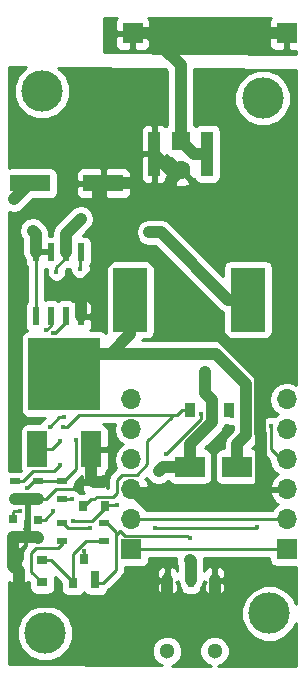
<source format=gtl>
%TF.GenerationSoftware,KiCad,Pcbnew,4.0.7*%
%TF.CreationDate,2017-11-15T19:14:24+08:00*%
%TF.ProjectId,nixie_tube,6E697869655F747562652E6B69636164,rev?*%
%TF.FileFunction,Copper,L1,Top,Signal*%
%FSLAX46Y46*%
G04 Gerber Fmt 4.6, Leading zero omitted, Abs format (unit mm)*
G04 Created by KiCad (PCBNEW 4.0.7) date 11/15/17 19:14:24*
%MOMM*%
%LPD*%
G01*
G04 APERTURE LIST*
%ADD10C,0.100000*%
%ADD11R,1.651000X3.048000*%
%ADD12R,6.096000X6.096000*%
%ADD13C,3.500000*%
%ADD14R,1.600000X1.600000*%
%ADD15C,1.600000*%
%ADD16R,1.000000X3.800000*%
%ADD17R,1.700000X1.700000*%
%ADD18O,1.700000X1.700000*%
%ADD19R,3.400000X1.400000*%
%ADD20R,0.500000X1.200000*%
%ADD21C,1.300000*%
%ADD22R,0.600000X1.550000*%
%ADD23R,2.900000X5.400000*%
%ADD24R,0.800000X0.900000*%
%ADD25R,0.900000X1.200000*%
%ADD26R,2.500000X1.800000*%
%ADD27R,0.750000X0.800000*%
%ADD28R,0.900000X0.500000*%
%ADD29R,0.900000X0.800000*%
%ADD30R,0.800000X1.000000*%
%ADD31C,0.453000*%
%ADD32C,0.600000*%
%ADD33C,0.400000*%
%ADD34C,1.000000*%
%ADD35C,0.250000*%
%ADD36C,1.000000*%
%ADD37C,0.500000*%
%ADD38C,0.254000*%
G04 APERTURE END LIST*
D10*
D11*
X-372000Y-30350000D03*
D12*
X1914000Y-24000000D03*
D11*
X4200000Y-30350000D03*
D13*
X19280000Y-44270000D03*
X300000Y-45950000D03*
X18700000Y-650000D03*
X0Y-50000D03*
D14*
X11760000Y-4245000D03*
D15*
X11760000Y-6745000D03*
D16*
X9510000Y-5370000D03*
X14010000Y-5370000D03*
D17*
X7600000Y-38850000D03*
D18*
X7600000Y-36310000D03*
X7600000Y-33770000D03*
X7600000Y-31230000D03*
X7600000Y-28690000D03*
X7600000Y-26150000D03*
D17*
X20750000Y-38850000D03*
D18*
X20750000Y-36310000D03*
X20750000Y-33770000D03*
X20750000Y-31230000D03*
X20750000Y-28690000D03*
X20750000Y-26150000D03*
D19*
X-980000Y-7850000D03*
X5220000Y-7850000D03*
D20*
X12630000Y-41460000D03*
X14630000Y-41460000D03*
X10630000Y-41460000D03*
D21*
X10630000Y-47460000D03*
X14630000Y-47460000D03*
D22*
X-505000Y-19100000D03*
X765000Y-19100000D03*
X2035000Y-19100000D03*
X3305000Y-19100000D03*
X3305000Y-13700000D03*
X2035000Y-13700000D03*
X765000Y-13700000D03*
X-505000Y-13700000D03*
D23*
X17460000Y-17700000D03*
X7500000Y-17700000D03*
D24*
X3500000Y-35150000D03*
X5400000Y-35150000D03*
X4450000Y-33150000D03*
D25*
X12550000Y-27050000D03*
X15850000Y-27050000D03*
D26*
X12550000Y-31850000D03*
X16550000Y-31850000D03*
D17*
X7700000Y4850000D03*
X20750000Y4850000D03*
D27*
X-350000Y-37850000D03*
X-350000Y-36350000D03*
X-2400000Y-37800000D03*
X-2400000Y-36300000D03*
D28*
X-2300000Y-33075000D03*
X-2300000Y-34575000D03*
X1700000Y-34575000D03*
X1700000Y-33075000D03*
X-300000Y-33075000D03*
X-300000Y-34575000D03*
D29*
X50000Y-41650000D03*
X50000Y-39750000D03*
X-1950000Y-40700000D03*
D28*
X1700000Y-38100000D03*
X1700000Y-36600000D03*
X5300000Y-36600000D03*
X5300000Y-38100000D03*
D24*
X2650000Y-41700000D03*
X4550000Y-41700000D03*
X3600000Y-39700000D03*
D30*
X4550000Y-41150000D03*
D31*
X661160Y-28453465D03*
X1895441Y-27615377D03*
X995547Y-20525488D03*
X995138Y-35614853D03*
D32*
X5297836Y-33061278D03*
D31*
X2922330Y-29627016D03*
X3280000Y-15100000D03*
X-1880000Y-35610000D03*
X-1250000Y-33650000D03*
D33*
X2600000Y-34600000D03*
X18375000Y4050000D03*
X17125000Y4850000D03*
X17850000Y4850000D03*
X18700000Y4850000D03*
X12425000Y4850000D03*
X11390000Y4850000D03*
X10725000Y4185000D03*
X10220000Y3680000D03*
D34*
X9910000Y-32240000D03*
X13841464Y-23798536D03*
X13850000Y-25600000D03*
D31*
X2645754Y-36425707D03*
X1548490Y-31720000D03*
X390509Y-20279849D03*
X13498490Y-27410000D03*
X16073491Y-27528490D03*
X6410000Y-35060000D03*
D33*
X10485974Y-30800000D03*
D31*
X1548490Y-29711611D03*
X1796095Y-28467853D03*
D33*
X4075010Y-36996613D03*
D31*
X19425000Y-28400000D03*
D33*
X18260000Y-36940000D03*
X9550000Y-37070000D03*
X-2375000Y-9200000D03*
D32*
X9080000Y-12000000D03*
X-770000Y-11860000D03*
D33*
X12530000Y-37900000D03*
D34*
X12530000Y-39750000D03*
D33*
X3592254Y-39015221D03*
X1250000Y-15350000D03*
D31*
X3300000Y-10860000D03*
D35*
X1499248Y-27615377D02*
X661160Y-28453465D01*
X1895441Y-27615377D02*
X1499248Y-27615377D01*
X2035000Y-19575000D02*
X1084512Y-20525488D01*
X1084512Y-20525488D02*
X995547Y-20525488D01*
X2035000Y-19100000D02*
X2035000Y-19575000D01*
X275000Y-36350000D02*
X995138Y-35629862D01*
X-350000Y-36350000D02*
X275000Y-36350000D01*
X995138Y-35629862D02*
X995138Y-35614853D01*
X-300000Y-34575000D02*
X400000Y-34575000D01*
X400000Y-34575000D02*
X1199999Y-33775001D01*
X1199999Y-33775001D02*
X2924999Y-33775001D01*
D36*
X10670000Y-16320002D02*
X10670000Y-15520000D01*
X9030000Y-13870000D02*
X6160000Y-13870000D01*
X18523499Y-34262501D02*
X18523499Y-29044721D01*
X10230000Y-15080000D02*
X10230000Y-15070000D01*
X8449999Y-34619999D02*
X18166001Y-34619999D01*
X10230000Y-15070000D02*
X9030000Y-13870000D01*
X18498499Y-24148501D02*
X10670000Y-16320002D01*
X10670000Y-15520000D02*
X10230000Y-15080000D01*
X18523499Y-29044721D02*
X18498499Y-29019721D01*
X18166001Y-34619999D02*
X18523499Y-34262501D01*
X7600000Y-33770000D02*
X8449999Y-34619999D01*
X18498499Y-29019721D02*
X18498499Y-24148501D01*
D37*
X2924999Y-33775001D02*
X3550000Y-33150000D01*
X3550000Y-33150000D02*
X4450000Y-33150000D01*
X-1203496Y-34721504D02*
X-1350000Y-34575000D01*
X-1280000Y-37800000D02*
X-1203496Y-37723496D01*
X-1203496Y-37723496D02*
X-1203496Y-34721504D01*
X-1350000Y-34575000D02*
X-2300000Y-34575000D01*
D36*
X-1399829Y-34566698D02*
X-1390025Y-34576502D01*
X-2300000Y-34575000D02*
X-2291698Y-34566698D01*
X-1390025Y-34576502D02*
X-301502Y-34576502D01*
X-2291698Y-34566698D02*
X-1399829Y-34566698D01*
X-301502Y-34576502D02*
X-300000Y-34575000D01*
X11760000Y-6745000D02*
X10960001Y-7544999D01*
X10960001Y-7544999D02*
X10960001Y-8169999D01*
X10960001Y-8169999D02*
X10330000Y-8800000D01*
X9510000Y-5370000D02*
X10885000Y-6745000D01*
X10885000Y-6745000D02*
X11760000Y-6745000D01*
X5220000Y-7850000D02*
X7770000Y-7850000D01*
X7770000Y-7850000D02*
X8720000Y-8800000D01*
X8720000Y-8800000D02*
X10330000Y-8800000D01*
X4450000Y-33150000D02*
X5209114Y-33150000D01*
X5209114Y-33150000D02*
X5297836Y-33061278D01*
X4200000Y-30350000D02*
X4200000Y-32874000D01*
X-2400000Y-37800000D02*
X-1280000Y-37800000D01*
X-1280000Y-37800000D02*
X-400000Y-37800000D01*
X-400000Y-37800000D02*
X-350000Y-37850000D01*
X-2400000Y-37800000D02*
X-2400000Y-40250000D01*
X-2400000Y-40250000D02*
X-1950000Y-40700000D01*
X3671743Y-43280000D02*
X10650000Y-43280000D01*
X10650000Y-43280000D02*
X14430000Y-43280000D01*
X10630000Y-41460000D02*
X10630000Y-43260000D01*
X10630000Y-43260000D02*
X10650000Y-43280000D01*
X-1950000Y-40700000D02*
X-1950000Y-42100000D01*
X-1950000Y-42100000D02*
X-770000Y-43280000D01*
X14630000Y-43080000D02*
X14630000Y-41460000D01*
X-770000Y-43280000D02*
X1628257Y-43280000D01*
X1628257Y-43280000D02*
X1648269Y-43300012D01*
X1648269Y-43300012D02*
X3651731Y-43300012D01*
X3651731Y-43300012D02*
X3671743Y-43280000D01*
X14430000Y-43280000D02*
X14630000Y-43080000D01*
X10630000Y-41810000D02*
X10630000Y-41460000D01*
X14630000Y-41460000D02*
X14630000Y-41810000D01*
X4800000Y-7850000D02*
X4800000Y-8900000D01*
X4800000Y-8900000D02*
X6160000Y-10260000D01*
X6160000Y-10260000D02*
X6160000Y-13870000D01*
X6160000Y-13870000D02*
X3305000Y-16725000D01*
X3305000Y-16725000D02*
X3305000Y-19100000D01*
X4850000Y-7800000D02*
X4800000Y-7850000D01*
X4200000Y-30302329D02*
X4200000Y-30350000D01*
D35*
X2922330Y-32052670D02*
X2922330Y-29627016D01*
X1700000Y-33075000D02*
X1900000Y-33075000D01*
X1900000Y-33075000D02*
X2922330Y-32052670D01*
X3280000Y-15100000D02*
X3280000Y-13725000D01*
X3280000Y-13725000D02*
X3305000Y-13700000D01*
X-2360000Y-35610000D02*
X-1880000Y-35610000D01*
X-2400000Y-35650000D02*
X-2360000Y-35610000D01*
X-2400000Y-36300000D02*
X-2400000Y-35650000D01*
X-300000Y-33075000D02*
X-675000Y-33075000D01*
X-675000Y-33075000D02*
X-1250000Y-33650000D01*
X-300000Y-33075000D02*
X1700000Y-33075000D01*
X-2400000Y-36300000D02*
X-2400000Y-36275000D01*
X3200000Y-13805000D02*
X3305000Y-13700000D01*
X2575000Y-34575000D02*
X2600000Y-34600000D01*
X1700000Y-34575000D02*
X2575000Y-34575000D01*
D36*
X12425000Y4850000D02*
X17125000Y4850000D01*
D35*
X17850000Y4850000D02*
X17125000Y4850000D01*
X18700000Y4850000D02*
X17850000Y4850000D01*
D36*
X18700000Y4850000D02*
X20750000Y4850000D01*
D35*
X11390000Y4850000D02*
X12425000Y4850000D01*
X10725000Y4185000D02*
X11390000Y4850000D01*
X10220000Y3680000D02*
X10725000Y4185000D01*
D36*
X11760000Y2140000D02*
X10220000Y3680000D01*
X14425000Y-26175000D02*
X14425000Y-28075000D01*
X13850000Y-25600000D02*
X14425000Y-26175000D01*
X14425000Y-28075000D02*
X12550000Y-29950000D01*
X12550000Y-29950000D02*
X12550000Y-31850000D01*
X11760000Y-4245000D02*
X11760000Y2140000D01*
X12885000Y-5370000D02*
X11760000Y-4245000D01*
X14010000Y-5370000D02*
X12885000Y-5370000D01*
X12550000Y-31850000D02*
X10300000Y-31850000D01*
X10300000Y-31850000D02*
X9910000Y-32240000D01*
X10220000Y3680000D02*
X9050000Y4850000D01*
X9050000Y4850000D02*
X7700000Y4850000D01*
X13850000Y-23807072D02*
X13841464Y-23798536D01*
X13850000Y-25600000D02*
X13850000Y-23807072D01*
D35*
X2966073Y-36425707D02*
X2645754Y-36425707D01*
X5500000Y-35150000D02*
X4224293Y-36425707D01*
X4224293Y-36425707D02*
X2966073Y-36425707D01*
X1023389Y-32245101D02*
X1548490Y-31720000D01*
X-2300000Y-33075000D02*
X-1600000Y-33075000D01*
X-770101Y-32245101D02*
X1023389Y-32245101D01*
X-1600000Y-33075000D02*
X-770101Y-32245101D01*
X765000Y-19905358D02*
X390509Y-20279849D01*
X765000Y-19100000D02*
X765000Y-19905358D01*
X13498490Y-27787484D02*
X13498490Y-27410000D01*
X10485974Y-30800000D02*
X13498490Y-27787484D01*
X15846992Y-27053008D02*
X15846992Y-27301991D01*
X15846992Y-27301991D02*
X16073491Y-27528490D01*
X15850000Y-27050000D02*
X15846992Y-27053008D01*
X5590000Y-35060000D02*
X6410000Y-35060000D01*
X5500000Y-35150000D02*
X5590000Y-35060000D01*
X5498490Y-35151510D02*
X5203826Y-35151510D01*
X5203826Y-35151510D02*
X5203008Y-35152328D01*
X5500000Y-35150000D02*
X5498490Y-35151510D01*
X3145698Y-27450000D02*
X2127845Y-28467853D01*
X-372000Y-30350000D02*
X910101Y-30350000D01*
X910101Y-30350000D02*
X1548490Y-29711611D01*
X2127845Y-28467853D02*
X1796095Y-28467853D01*
X11050000Y-27450000D02*
X3145698Y-27450000D01*
X8949989Y-29700011D02*
X11050000Y-27600000D01*
X6360000Y-34080000D02*
X6360000Y-32965957D01*
X4645001Y-34374999D02*
X6065001Y-34374999D01*
X4171987Y-34578013D02*
X4441987Y-34578013D01*
X8949989Y-31647378D02*
X8949989Y-29700011D01*
X6775957Y-32550000D02*
X8047367Y-32550000D01*
X6360000Y-32965957D02*
X6775957Y-32550000D01*
X6065001Y-34374999D02*
X6360000Y-34080000D01*
X3600000Y-35150000D02*
X4171987Y-34578013D01*
X8047367Y-32550000D02*
X8949989Y-31647378D01*
X4441987Y-34578013D02*
X4645001Y-34374999D01*
X11050000Y-27600000D02*
X11050000Y-27450000D01*
X12550000Y-27050000D02*
X11850000Y-27050000D01*
X11850000Y-27050000D02*
X11450000Y-27450000D01*
X11450000Y-27450000D02*
X11050000Y-27450000D01*
D36*
X14724999Y-22274999D02*
X5875001Y-22274999D01*
X17298488Y-24848488D02*
X14724999Y-22274999D01*
X16550000Y-29950000D02*
X17298488Y-29201512D01*
X16550000Y-31850000D02*
X16550000Y-29950000D01*
X17298488Y-29201512D02*
X17298488Y-24848488D01*
X3639001Y-22274999D02*
X1914000Y-24000000D01*
X7500000Y-20650000D02*
X5875001Y-22274999D01*
X5875001Y-22274999D02*
X3639001Y-22274999D01*
X7500000Y-17700000D02*
X7500000Y-20650000D01*
D35*
X2196613Y-36996613D02*
X4075010Y-36996613D01*
X1800000Y-36600000D02*
X2196613Y-36996613D01*
X19425000Y-28400000D02*
X19425000Y-30375000D01*
X19425000Y-30375000D02*
X20280000Y-31230000D01*
X20280000Y-31230000D02*
X20750000Y-31230000D01*
X18130000Y-37070000D02*
X18260000Y-36940000D01*
X9550000Y-37070000D02*
X18130000Y-37070000D01*
X21250000Y-36310000D02*
X7600000Y-36310000D01*
X7390000Y-36300000D02*
X7400000Y-36310000D01*
X7700000Y-38850000D02*
X21250000Y-38850000D01*
D36*
X-1400000Y-8225000D02*
X-2375000Y-9200000D01*
X-1400000Y-7850000D02*
X-1400000Y-8225000D01*
D35*
X-505000Y-13700000D02*
X-505000Y-19100000D01*
D36*
X-505000Y-13700000D02*
X-505000Y-12125000D01*
X-505000Y-12125000D02*
X-770000Y-11860000D01*
D37*
X765000Y-13700000D02*
X-505000Y-13700000D01*
D36*
X9080000Y-12000000D02*
X10060000Y-12000000D01*
X10060000Y-12000000D02*
X15760000Y-17700000D01*
X15760000Y-17700000D02*
X17460000Y-17700000D01*
D37*
X-1400000Y-7850000D02*
X-400000Y-7850000D01*
X-450000Y-19155000D02*
X-505000Y-19100000D01*
D35*
X1800000Y-38100000D02*
X1800000Y-38300000D01*
X-900000Y-39150000D02*
X-450000Y-38700000D01*
X-450000Y-38700000D02*
X1400000Y-38700000D01*
X-900000Y-40750000D02*
X-900000Y-39150000D01*
X1800000Y-38300000D02*
X1400000Y-38700000D01*
X0Y-41650000D02*
X50000Y-41650000D01*
X-900000Y-40750000D02*
X0Y-41650000D01*
X5300000Y-38100000D02*
X3764998Y-38100000D01*
X2650000Y-39214998D02*
X2650000Y-41700000D01*
X3764998Y-38100000D02*
X2650000Y-39214998D01*
X50000Y-39750000D02*
X750000Y-39750000D01*
X750000Y-39750000D02*
X2650000Y-41650000D01*
X2650000Y-41650000D02*
X2650000Y-41700000D01*
X4550000Y-41150000D02*
X4550000Y-41700000D01*
X5300000Y-36600000D02*
X5500000Y-36600000D01*
X5500000Y-36600000D02*
X6300000Y-37400000D01*
X6300000Y-37400000D02*
X6300000Y-37600000D01*
X4550000Y-41700000D02*
X5200000Y-41700000D01*
X5200000Y-41700000D02*
X6300000Y-40600000D01*
X6300000Y-40600000D02*
X6300000Y-37600000D01*
X6300000Y-37600000D02*
X6650000Y-37250000D01*
X6650000Y-37250000D02*
X7074999Y-37674999D01*
X12304999Y-37674999D02*
X12530000Y-37900000D01*
X7074999Y-37674999D02*
X12304999Y-37674999D01*
X5300000Y-36600000D02*
X5100000Y-36600000D01*
D36*
X12630000Y-41460000D02*
X12630000Y-39850000D01*
X12630000Y-39850000D02*
X12530000Y-39750000D01*
D35*
X4550000Y-41700000D02*
X4550000Y-41750000D01*
X3592254Y-39298063D02*
X3592254Y-39015221D01*
X3592254Y-39692254D02*
X3592254Y-39298063D01*
X3600000Y-39700000D02*
X3592254Y-39692254D01*
X2035000Y-14175000D02*
X1250000Y-14960000D01*
X2035000Y-13700000D02*
X2035000Y-14175000D01*
X1250000Y-14960000D02*
X1250000Y-15350000D01*
D36*
X2035000Y-13700000D02*
X2035000Y-12125000D01*
X2035000Y-12125000D02*
X3300000Y-10860000D01*
X2030000Y-13705000D02*
X2035000Y-13700000D01*
D38*
G36*
X-1372440Y-36750000D02*
X-1328162Y-36985317D01*
X-1261671Y-37088646D01*
X-1263327Y-37090302D01*
X-1360000Y-37323691D01*
X-1360000Y-37564250D01*
X-1201250Y-37723000D01*
X-477000Y-37723000D01*
X-477000Y-37703000D01*
X-223000Y-37703000D01*
X-223000Y-37723000D01*
X-203000Y-37723000D01*
X-203000Y-37940000D01*
X-450000Y-37940000D01*
X-636010Y-37977000D01*
X-1201250Y-37977000D01*
X-1360000Y-38135750D01*
X-1360000Y-38376309D01*
X-1313462Y-38488660D01*
X-1437401Y-38612599D01*
X-1602148Y-38859161D01*
X-1660000Y-39150000D01*
X-1660000Y-39665000D01*
X-1664250Y-39665000D01*
X-1823000Y-39823750D01*
X-1823000Y-40573000D01*
X-1803000Y-40573000D01*
X-1803000Y-40827000D01*
X-1823000Y-40827000D01*
X-1823000Y-41576250D01*
X-1664250Y-41735000D01*
X-1373691Y-41735000D01*
X-1140302Y-41638327D01*
X-1113388Y-41611414D01*
X-1047440Y-41677362D01*
X-1047440Y-42050000D01*
X-1003162Y-42285317D01*
X-864090Y-42501441D01*
X-651890Y-42646431D01*
X-400000Y-42697440D01*
X500000Y-42697440D01*
X735317Y-42653162D01*
X951441Y-42514090D01*
X1096431Y-42301890D01*
X1147440Y-42050000D01*
X1147440Y-41250000D01*
X1141006Y-41215808D01*
X1602560Y-41677362D01*
X1602560Y-42150000D01*
X1646838Y-42385317D01*
X1785910Y-42601441D01*
X1998110Y-42746431D01*
X2250000Y-42797440D01*
X3050000Y-42797440D01*
X3285317Y-42753162D01*
X3501441Y-42614090D01*
X3600633Y-42468917D01*
X3685910Y-42601441D01*
X3898110Y-42746431D01*
X4150000Y-42797440D01*
X4950000Y-42797440D01*
X5185317Y-42753162D01*
X5401441Y-42614090D01*
X5546431Y-42401890D01*
X5555070Y-42359230D01*
X5737401Y-42237401D01*
X6229052Y-41745750D01*
X9745000Y-41745750D01*
X9745000Y-42186309D01*
X9841673Y-42419698D01*
X10020301Y-42598327D01*
X10253690Y-42695000D01*
X10346250Y-42695000D01*
X10505000Y-42536250D01*
X10505000Y-41587000D01*
X9903750Y-41587000D01*
X9745000Y-41745750D01*
X6229052Y-41745750D01*
X6837401Y-41137401D01*
X7002148Y-40890839D01*
X7033406Y-40733691D01*
X9745000Y-40733691D01*
X9745000Y-41174250D01*
X9903750Y-41333000D01*
X10505000Y-41333000D01*
X10505000Y-40383750D01*
X10346250Y-40225000D01*
X10253690Y-40225000D01*
X10020301Y-40321673D01*
X9841673Y-40500302D01*
X9745000Y-40733691D01*
X7033406Y-40733691D01*
X7060000Y-40600000D01*
X7060000Y-40347440D01*
X8450000Y-40347440D01*
X8685317Y-40303162D01*
X8901441Y-40164090D01*
X9046431Y-39951890D01*
X9097440Y-39700000D01*
X9097440Y-39610000D01*
X11395121Y-39610000D01*
X11394803Y-39974775D01*
X11495000Y-40217269D01*
X11495000Y-40685407D01*
X11418327Y-40500302D01*
X11239699Y-40321673D01*
X11006310Y-40225000D01*
X10913750Y-40225000D01*
X10755000Y-40383750D01*
X10755000Y-41333000D01*
X10777000Y-41333000D01*
X10777000Y-41587000D01*
X10755000Y-41587000D01*
X10755000Y-42536250D01*
X10913750Y-42695000D01*
X11006310Y-42695000D01*
X11239699Y-42598327D01*
X11418327Y-42419698D01*
X11515000Y-42186309D01*
X11515000Y-41745750D01*
X11356252Y-41587002D01*
X11515000Y-41587002D01*
X11515000Y-41560547D01*
X11581397Y-41894346D01*
X11748426Y-42144323D01*
X11776838Y-42295317D01*
X11915910Y-42511441D01*
X12128110Y-42656431D01*
X12380000Y-42707440D01*
X12880000Y-42707440D01*
X13115317Y-42663162D01*
X13331441Y-42524090D01*
X13476431Y-42311890D01*
X13509838Y-42146920D01*
X13678603Y-41894346D01*
X13745000Y-41560547D01*
X13745000Y-41587002D01*
X13903748Y-41587002D01*
X13745000Y-41745750D01*
X13745000Y-42186309D01*
X13841673Y-42419698D01*
X14020301Y-42598327D01*
X14253690Y-42695000D01*
X14346250Y-42695000D01*
X14505000Y-42536250D01*
X14505000Y-41587000D01*
X14755000Y-41587000D01*
X14755000Y-42536250D01*
X14913750Y-42695000D01*
X15006310Y-42695000D01*
X15239699Y-42598327D01*
X15418327Y-42419698D01*
X15515000Y-42186309D01*
X15515000Y-41745750D01*
X15356250Y-41587000D01*
X14755000Y-41587000D01*
X14505000Y-41587000D01*
X14483000Y-41587000D01*
X14483000Y-41333000D01*
X14505000Y-41333000D01*
X14505000Y-40383750D01*
X14755000Y-40383750D01*
X14755000Y-41333000D01*
X15356250Y-41333000D01*
X15515000Y-41174250D01*
X15515000Y-40733691D01*
X15418327Y-40500302D01*
X15239699Y-40321673D01*
X15006310Y-40225000D01*
X14913750Y-40225000D01*
X14755000Y-40383750D01*
X14505000Y-40383750D01*
X14346250Y-40225000D01*
X14253690Y-40225000D01*
X14020301Y-40321673D01*
X13841673Y-40500302D01*
X13765000Y-40685407D01*
X13765000Y-39850000D01*
X13717261Y-39610000D01*
X19252560Y-39610000D01*
X19252560Y-39700000D01*
X19296838Y-39935317D01*
X19435910Y-40151441D01*
X19648110Y-40296431D01*
X19900000Y-40347440D01*
X21540000Y-40347440D01*
X21540000Y-43494152D01*
X21303084Y-42920771D01*
X20632758Y-42249274D01*
X19756487Y-41885415D01*
X18807675Y-41884587D01*
X17930771Y-42246916D01*
X17259274Y-42917242D01*
X16895415Y-43793513D01*
X16894587Y-44742325D01*
X17256916Y-45619229D01*
X17927242Y-46290726D01*
X18803513Y-46654585D01*
X19752325Y-46655413D01*
X20629229Y-46293084D01*
X21300726Y-45622758D01*
X21540000Y-45046521D01*
X21540000Y-48740000D01*
X16936972Y-48740000D01*
X14941380Y-48721713D01*
X15356943Y-48550005D01*
X15718735Y-48188845D01*
X15914777Y-47716724D01*
X15915223Y-47205519D01*
X15720005Y-46733057D01*
X15358845Y-46371265D01*
X14886724Y-46175223D01*
X14375519Y-46174777D01*
X13903057Y-46369995D01*
X13541265Y-46731155D01*
X13345223Y-47203276D01*
X13344777Y-47714481D01*
X13539995Y-48186943D01*
X13901155Y-48548735D01*
X14303658Y-48715869D01*
X11028168Y-48685853D01*
X11356943Y-48550005D01*
X11718735Y-48188845D01*
X11914777Y-47716724D01*
X11915223Y-47205519D01*
X11720005Y-46733057D01*
X11358845Y-46371265D01*
X10886724Y-46175223D01*
X10375519Y-46174777D01*
X9903057Y-46369995D01*
X9541265Y-46731155D01*
X9345223Y-47203276D01*
X9344777Y-47714481D01*
X9539995Y-48186943D01*
X9901155Y-48548735D01*
X10213390Y-48678386D01*
X-2790000Y-48559226D01*
X-2790000Y-46422325D01*
X-2085413Y-46422325D01*
X-1723084Y-47299229D01*
X-1052758Y-47970726D01*
X-176487Y-48334585D01*
X772325Y-48335413D01*
X1649229Y-47973084D01*
X2320726Y-47302758D01*
X2684585Y-46426487D01*
X2685413Y-45477675D01*
X2323084Y-44600771D01*
X1652758Y-43929274D01*
X776487Y-43565415D01*
X-172325Y-43564587D01*
X-1049229Y-43926916D01*
X-1720726Y-44597242D01*
X-2084585Y-45473513D01*
X-2085413Y-46422325D01*
X-2790000Y-46422325D01*
X-2790000Y-41608025D01*
X-2759698Y-41638327D01*
X-2526309Y-41735000D01*
X-2235750Y-41735000D01*
X-2077000Y-41576250D01*
X-2077000Y-40827000D01*
X-2097000Y-40827000D01*
X-2097000Y-40573000D01*
X-2077000Y-40573000D01*
X-2077000Y-39823750D01*
X-2235750Y-39665000D01*
X-2526309Y-39665000D01*
X-2759698Y-39761673D01*
X-2790000Y-39791975D01*
X-2790000Y-38835000D01*
X-2685750Y-38835000D01*
X-2527000Y-38676250D01*
X-2527000Y-37927000D01*
X-2273000Y-37927000D01*
X-2273000Y-38676250D01*
X-2114250Y-38835000D01*
X-1898690Y-38835000D01*
X-1665301Y-38738327D01*
X-1486673Y-38559698D01*
X-1390000Y-38326309D01*
X-1390000Y-38085750D01*
X-1548750Y-37927000D01*
X-2273000Y-37927000D01*
X-2527000Y-37927000D01*
X-2547000Y-37927000D01*
X-2547000Y-37673000D01*
X-2527000Y-37673000D01*
X-2527000Y-37653000D01*
X-2273000Y-37653000D01*
X-2273000Y-37673000D01*
X-1548750Y-37673000D01*
X-1390000Y-37514250D01*
X-1390000Y-37273691D01*
X-1486673Y-37040302D01*
X-1488043Y-37038932D01*
X-1428569Y-36951890D01*
X-1377560Y-36700000D01*
X-1377560Y-36325719D01*
X-1372440Y-36320608D01*
X-1372440Y-36750000D01*
X-1372440Y-36750000D01*
G37*
X-1372440Y-36750000D02*
X-1328162Y-36985317D01*
X-1261671Y-37088646D01*
X-1263327Y-37090302D01*
X-1360000Y-37323691D01*
X-1360000Y-37564250D01*
X-1201250Y-37723000D01*
X-477000Y-37723000D01*
X-477000Y-37703000D01*
X-223000Y-37703000D01*
X-223000Y-37723000D01*
X-203000Y-37723000D01*
X-203000Y-37940000D01*
X-450000Y-37940000D01*
X-636010Y-37977000D01*
X-1201250Y-37977000D01*
X-1360000Y-38135750D01*
X-1360000Y-38376309D01*
X-1313462Y-38488660D01*
X-1437401Y-38612599D01*
X-1602148Y-38859161D01*
X-1660000Y-39150000D01*
X-1660000Y-39665000D01*
X-1664250Y-39665000D01*
X-1823000Y-39823750D01*
X-1823000Y-40573000D01*
X-1803000Y-40573000D01*
X-1803000Y-40827000D01*
X-1823000Y-40827000D01*
X-1823000Y-41576250D01*
X-1664250Y-41735000D01*
X-1373691Y-41735000D01*
X-1140302Y-41638327D01*
X-1113388Y-41611414D01*
X-1047440Y-41677362D01*
X-1047440Y-42050000D01*
X-1003162Y-42285317D01*
X-864090Y-42501441D01*
X-651890Y-42646431D01*
X-400000Y-42697440D01*
X500000Y-42697440D01*
X735317Y-42653162D01*
X951441Y-42514090D01*
X1096431Y-42301890D01*
X1147440Y-42050000D01*
X1147440Y-41250000D01*
X1141006Y-41215808D01*
X1602560Y-41677362D01*
X1602560Y-42150000D01*
X1646838Y-42385317D01*
X1785910Y-42601441D01*
X1998110Y-42746431D01*
X2250000Y-42797440D01*
X3050000Y-42797440D01*
X3285317Y-42753162D01*
X3501441Y-42614090D01*
X3600633Y-42468917D01*
X3685910Y-42601441D01*
X3898110Y-42746431D01*
X4150000Y-42797440D01*
X4950000Y-42797440D01*
X5185317Y-42753162D01*
X5401441Y-42614090D01*
X5546431Y-42401890D01*
X5555070Y-42359230D01*
X5737401Y-42237401D01*
X6229052Y-41745750D01*
X9745000Y-41745750D01*
X9745000Y-42186309D01*
X9841673Y-42419698D01*
X10020301Y-42598327D01*
X10253690Y-42695000D01*
X10346250Y-42695000D01*
X10505000Y-42536250D01*
X10505000Y-41587000D01*
X9903750Y-41587000D01*
X9745000Y-41745750D01*
X6229052Y-41745750D01*
X6837401Y-41137401D01*
X7002148Y-40890839D01*
X7033406Y-40733691D01*
X9745000Y-40733691D01*
X9745000Y-41174250D01*
X9903750Y-41333000D01*
X10505000Y-41333000D01*
X10505000Y-40383750D01*
X10346250Y-40225000D01*
X10253690Y-40225000D01*
X10020301Y-40321673D01*
X9841673Y-40500302D01*
X9745000Y-40733691D01*
X7033406Y-40733691D01*
X7060000Y-40600000D01*
X7060000Y-40347440D01*
X8450000Y-40347440D01*
X8685317Y-40303162D01*
X8901441Y-40164090D01*
X9046431Y-39951890D01*
X9097440Y-39700000D01*
X9097440Y-39610000D01*
X11395121Y-39610000D01*
X11394803Y-39974775D01*
X11495000Y-40217269D01*
X11495000Y-40685407D01*
X11418327Y-40500302D01*
X11239699Y-40321673D01*
X11006310Y-40225000D01*
X10913750Y-40225000D01*
X10755000Y-40383750D01*
X10755000Y-41333000D01*
X10777000Y-41333000D01*
X10777000Y-41587000D01*
X10755000Y-41587000D01*
X10755000Y-42536250D01*
X10913750Y-42695000D01*
X11006310Y-42695000D01*
X11239699Y-42598327D01*
X11418327Y-42419698D01*
X11515000Y-42186309D01*
X11515000Y-41745750D01*
X11356252Y-41587002D01*
X11515000Y-41587002D01*
X11515000Y-41560547D01*
X11581397Y-41894346D01*
X11748426Y-42144323D01*
X11776838Y-42295317D01*
X11915910Y-42511441D01*
X12128110Y-42656431D01*
X12380000Y-42707440D01*
X12880000Y-42707440D01*
X13115317Y-42663162D01*
X13331441Y-42524090D01*
X13476431Y-42311890D01*
X13509838Y-42146920D01*
X13678603Y-41894346D01*
X13745000Y-41560547D01*
X13745000Y-41587002D01*
X13903748Y-41587002D01*
X13745000Y-41745750D01*
X13745000Y-42186309D01*
X13841673Y-42419698D01*
X14020301Y-42598327D01*
X14253690Y-42695000D01*
X14346250Y-42695000D01*
X14505000Y-42536250D01*
X14505000Y-41587000D01*
X14755000Y-41587000D01*
X14755000Y-42536250D01*
X14913750Y-42695000D01*
X15006310Y-42695000D01*
X15239699Y-42598327D01*
X15418327Y-42419698D01*
X15515000Y-42186309D01*
X15515000Y-41745750D01*
X15356250Y-41587000D01*
X14755000Y-41587000D01*
X14505000Y-41587000D01*
X14483000Y-41587000D01*
X14483000Y-41333000D01*
X14505000Y-41333000D01*
X14505000Y-40383750D01*
X14755000Y-40383750D01*
X14755000Y-41333000D01*
X15356250Y-41333000D01*
X15515000Y-41174250D01*
X15515000Y-40733691D01*
X15418327Y-40500302D01*
X15239699Y-40321673D01*
X15006310Y-40225000D01*
X14913750Y-40225000D01*
X14755000Y-40383750D01*
X14505000Y-40383750D01*
X14346250Y-40225000D01*
X14253690Y-40225000D01*
X14020301Y-40321673D01*
X13841673Y-40500302D01*
X13765000Y-40685407D01*
X13765000Y-39850000D01*
X13717261Y-39610000D01*
X19252560Y-39610000D01*
X19252560Y-39700000D01*
X19296838Y-39935317D01*
X19435910Y-40151441D01*
X19648110Y-40296431D01*
X19900000Y-40347440D01*
X21540000Y-40347440D01*
X21540000Y-43494152D01*
X21303084Y-42920771D01*
X20632758Y-42249274D01*
X19756487Y-41885415D01*
X18807675Y-41884587D01*
X17930771Y-42246916D01*
X17259274Y-42917242D01*
X16895415Y-43793513D01*
X16894587Y-44742325D01*
X17256916Y-45619229D01*
X17927242Y-46290726D01*
X18803513Y-46654585D01*
X19752325Y-46655413D01*
X20629229Y-46293084D01*
X21300726Y-45622758D01*
X21540000Y-45046521D01*
X21540000Y-48740000D01*
X16936972Y-48740000D01*
X14941380Y-48721713D01*
X15356943Y-48550005D01*
X15718735Y-48188845D01*
X15914777Y-47716724D01*
X15915223Y-47205519D01*
X15720005Y-46733057D01*
X15358845Y-46371265D01*
X14886724Y-46175223D01*
X14375519Y-46174777D01*
X13903057Y-46369995D01*
X13541265Y-46731155D01*
X13345223Y-47203276D01*
X13344777Y-47714481D01*
X13539995Y-48186943D01*
X13901155Y-48548735D01*
X14303658Y-48715869D01*
X11028168Y-48685853D01*
X11356943Y-48550005D01*
X11718735Y-48188845D01*
X11914777Y-47716724D01*
X11915223Y-47205519D01*
X11720005Y-46733057D01*
X11358845Y-46371265D01*
X10886724Y-46175223D01*
X10375519Y-46174777D01*
X9903057Y-46369995D01*
X9541265Y-46731155D01*
X9345223Y-47203276D01*
X9344777Y-47714481D01*
X9539995Y-48186943D01*
X9901155Y-48548735D01*
X10213390Y-48678386D01*
X-2790000Y-48559226D01*
X-2790000Y-46422325D01*
X-2085413Y-46422325D01*
X-1723084Y-47299229D01*
X-1052758Y-47970726D01*
X-176487Y-48334585D01*
X772325Y-48335413D01*
X1649229Y-47973084D01*
X2320726Y-47302758D01*
X2684585Y-46426487D01*
X2685413Y-45477675D01*
X2323084Y-44600771D01*
X1652758Y-43929274D01*
X776487Y-43565415D01*
X-172325Y-43564587D01*
X-1049229Y-43926916D01*
X-1720726Y-44597242D01*
X-2084585Y-45473513D01*
X-2085413Y-46422325D01*
X-2790000Y-46422325D01*
X-2790000Y-41608025D01*
X-2759698Y-41638327D01*
X-2526309Y-41735000D01*
X-2235750Y-41735000D01*
X-2077000Y-41576250D01*
X-2077000Y-40827000D01*
X-2097000Y-40827000D01*
X-2097000Y-40573000D01*
X-2077000Y-40573000D01*
X-2077000Y-39823750D01*
X-2235750Y-39665000D01*
X-2526309Y-39665000D01*
X-2759698Y-39761673D01*
X-2790000Y-39791975D01*
X-2790000Y-38835000D01*
X-2685750Y-38835000D01*
X-2527000Y-38676250D01*
X-2527000Y-37927000D01*
X-2273000Y-37927000D01*
X-2273000Y-38676250D01*
X-2114250Y-38835000D01*
X-1898690Y-38835000D01*
X-1665301Y-38738327D01*
X-1486673Y-38559698D01*
X-1390000Y-38326309D01*
X-1390000Y-38085750D01*
X-1548750Y-37927000D01*
X-2273000Y-37927000D01*
X-2527000Y-37927000D01*
X-2547000Y-37927000D01*
X-2547000Y-37673000D01*
X-2527000Y-37673000D01*
X-2527000Y-37653000D01*
X-2273000Y-37653000D01*
X-2273000Y-37673000D01*
X-1548750Y-37673000D01*
X-1390000Y-37514250D01*
X-1390000Y-37273691D01*
X-1486673Y-37040302D01*
X-1488043Y-37038932D01*
X-1428569Y-36951890D01*
X-1377560Y-36700000D01*
X-1377560Y-36325719D01*
X-1372440Y-36320608D01*
X-1372440Y-36750000D01*
G36*
X-1368001Y1954345D02*
X-2020726Y1302758D01*
X-2384585Y426487D01*
X-2385413Y-522325D01*
X-2023084Y-1399229D01*
X-1352758Y-2070726D01*
X-476487Y-2434585D01*
X472325Y-2435413D01*
X1349229Y-2073084D01*
X2020726Y-1402758D01*
X2384585Y-526487D01*
X2385413Y422325D01*
X2023084Y1299229D01*
X1395741Y1927668D01*
X10454641Y1840227D01*
X10625000Y1669868D01*
X10625000Y-2905982D01*
X10508559Y-2980910D01*
X10472179Y-3034154D01*
X10369699Y-2931673D01*
X10136310Y-2835000D01*
X9795750Y-2835000D01*
X9637000Y-2993750D01*
X9637000Y-5243000D01*
X9657000Y-5243000D01*
X9657000Y-5497000D01*
X9637000Y-5497000D01*
X9637000Y-7746250D01*
X9795750Y-7905000D01*
X10136310Y-7905000D01*
X10369699Y-7808327D01*
X10425280Y-7752745D01*
X10931861Y-7752745D01*
X11005995Y-7998864D01*
X11543223Y-8191965D01*
X12113454Y-8164778D01*
X12514005Y-7998864D01*
X12588139Y-7752745D01*
X11760000Y-6924605D01*
X10931861Y-7752745D01*
X10425280Y-7752745D01*
X10548327Y-7629698D01*
X10591777Y-7524801D01*
X10752255Y-7573139D01*
X11580395Y-6745000D01*
X10752255Y-5916861D01*
X10645000Y-5949167D01*
X10645000Y-5655750D01*
X10486252Y-5497002D01*
X10496731Y-5497002D01*
X10708110Y-5641431D01*
X10946201Y-5689646D01*
X10931861Y-5737255D01*
X11760000Y-6565395D01*
X11774142Y-6551252D01*
X11953748Y-6730858D01*
X11939605Y-6745000D01*
X12767745Y-7573139D01*
X12920812Y-7527033D01*
X13045910Y-7721441D01*
X13258110Y-7866431D01*
X13510000Y-7917440D01*
X14510000Y-7917440D01*
X14745317Y-7873162D01*
X14961441Y-7734090D01*
X15106431Y-7521890D01*
X15157440Y-7270000D01*
X15157440Y-3470000D01*
X15113162Y-3234683D01*
X14974090Y-3018559D01*
X14761890Y-2873569D01*
X14510000Y-2822560D01*
X13510000Y-2822560D01*
X13274683Y-2866838D01*
X13058559Y-3005910D01*
X13044901Y-3025900D01*
X13024090Y-2993559D01*
X12895000Y-2905356D01*
X12895000Y-1122325D01*
X16314587Y-1122325D01*
X16676916Y-1999229D01*
X17347242Y-2670726D01*
X18223513Y-3034585D01*
X19172325Y-3035413D01*
X20049229Y-2673084D01*
X20720726Y-2002758D01*
X21084585Y-1126487D01*
X21085413Y-177675D01*
X20723084Y699229D01*
X20052758Y1370726D01*
X19176487Y1734585D01*
X18227675Y1735413D01*
X17350771Y1373084D01*
X16679274Y702758D01*
X16315415Y-173513D01*
X16314587Y-1122325D01*
X12895000Y-1122325D01*
X12895000Y1816672D01*
X21540000Y1733226D01*
X21540000Y-24906745D01*
X21347378Y-24778039D01*
X20779093Y-24665000D01*
X20720907Y-24665000D01*
X20152622Y-24778039D01*
X19670853Y-25099946D01*
X19348946Y-25581715D01*
X19235907Y-26150000D01*
X19348946Y-26718285D01*
X19670853Y-27200054D01*
X20000026Y-27420000D01*
X19736089Y-27596357D01*
X19597115Y-27538650D01*
X19254389Y-27538351D01*
X18937637Y-27669230D01*
X18695082Y-27911362D01*
X18563650Y-28227885D01*
X18563351Y-28570611D01*
X18665000Y-28816621D01*
X18665000Y-30375000D01*
X18722852Y-30665839D01*
X18887599Y-30912401D01*
X19243532Y-31268334D01*
X19348946Y-31798285D01*
X19670853Y-32280054D01*
X20011553Y-32507702D01*
X19868642Y-32574817D01*
X19478355Y-33003076D01*
X19308524Y-33413110D01*
X19429845Y-33643000D01*
X20623000Y-33643000D01*
X20623000Y-33623000D01*
X20877000Y-33623000D01*
X20877000Y-33643000D01*
X20897000Y-33643000D01*
X20897000Y-33897000D01*
X20877000Y-33897000D01*
X20877000Y-33917000D01*
X20623000Y-33917000D01*
X20623000Y-33897000D01*
X19429845Y-33897000D01*
X19308524Y-34126890D01*
X19478355Y-34536924D01*
X19868642Y-34965183D01*
X20011553Y-35032298D01*
X19670853Y-35259946D01*
X19477046Y-35550000D01*
X8872954Y-35550000D01*
X8679147Y-35259946D01*
X8338447Y-35032298D01*
X8481358Y-34965183D01*
X8871645Y-34536924D01*
X9041476Y-34126890D01*
X8920155Y-33897000D01*
X7727000Y-33897000D01*
X7727000Y-33917000D01*
X7473000Y-33917000D01*
X7473000Y-33897000D01*
X7453000Y-33897000D01*
X7453000Y-33643000D01*
X7473000Y-33643000D01*
X7473000Y-33623000D01*
X7727000Y-33623000D01*
X7727000Y-33643000D01*
X8920155Y-33643000D01*
X9041476Y-33413110D01*
X8871645Y-33003076D01*
X8775067Y-32897102D01*
X8901285Y-32770884D01*
X8947233Y-32882086D01*
X9266235Y-33201645D01*
X9683244Y-33374803D01*
X10134775Y-33375197D01*
X10552086Y-33202767D01*
X10725420Y-33029735D01*
X10835910Y-33201441D01*
X11048110Y-33346431D01*
X11300000Y-33397440D01*
X13800000Y-33397440D01*
X14035317Y-33353162D01*
X14251441Y-33214090D01*
X14396431Y-33001890D01*
X14447440Y-32750000D01*
X14447440Y-30950000D01*
X14403162Y-30714683D01*
X14264090Y-30498559D01*
X14051890Y-30353569D01*
X13802139Y-30302993D01*
X15227566Y-28877567D01*
X15473603Y-28509346D01*
X15502930Y-28361910D01*
X15515754Y-28297440D01*
X15678852Y-28297440D01*
X15901376Y-28389840D01*
X16163488Y-28390069D01*
X16163488Y-28731380D01*
X15747434Y-29147434D01*
X15501397Y-29515654D01*
X15415000Y-29950000D01*
X15415000Y-30302560D01*
X15300000Y-30302560D01*
X15064683Y-30346838D01*
X14848559Y-30485910D01*
X14703569Y-30698110D01*
X14652560Y-30950000D01*
X14652560Y-32750000D01*
X14696838Y-32985317D01*
X14835910Y-33201441D01*
X15048110Y-33346431D01*
X15300000Y-33397440D01*
X17800000Y-33397440D01*
X18035317Y-33353162D01*
X18251441Y-33214090D01*
X18396431Y-33001890D01*
X18447440Y-32750000D01*
X18447440Y-30950000D01*
X18403162Y-30714683D01*
X18264090Y-30498559D01*
X18051890Y-30353569D01*
X17802139Y-30302993D01*
X18101054Y-30004078D01*
X18181471Y-29883726D01*
X18347091Y-29635858D01*
X18433488Y-29201512D01*
X18433488Y-24848488D01*
X18347091Y-24414142D01*
X18101054Y-24045922D01*
X15527565Y-21472433D01*
X15497832Y-21452566D01*
X15159345Y-21226396D01*
X14724999Y-21139999D01*
X8511417Y-21139999D01*
X8548604Y-21084345D01*
X8555945Y-21047440D01*
X8950000Y-21047440D01*
X9185317Y-21003162D01*
X9401441Y-20864090D01*
X9546431Y-20651890D01*
X9597440Y-20400000D01*
X9597440Y-15000000D01*
X9553162Y-14764683D01*
X9414090Y-14548559D01*
X9201890Y-14403569D01*
X8950000Y-14352560D01*
X6050000Y-14352560D01*
X5814683Y-14396838D01*
X5598559Y-14535910D01*
X5453569Y-14748110D01*
X5402560Y-15000000D01*
X5402560Y-20400000D01*
X5420802Y-20496946D01*
X5213890Y-20355569D01*
X4962000Y-20304560D01*
X4073465Y-20304560D01*
X4143327Y-20234698D01*
X4240000Y-20001309D01*
X4240000Y-19385750D01*
X4081250Y-19227000D01*
X3432000Y-19227000D01*
X3432000Y-19247000D01*
X3178000Y-19247000D01*
X3178000Y-19227000D01*
X3158000Y-19227000D01*
X3158000Y-18973000D01*
X3178000Y-18973000D01*
X3178000Y-17848750D01*
X3432000Y-17848750D01*
X3432000Y-18973000D01*
X4081250Y-18973000D01*
X4240000Y-18814250D01*
X4240000Y-18198691D01*
X4143327Y-17965302D01*
X3964699Y-17786673D01*
X3731310Y-17690000D01*
X3590750Y-17690000D01*
X3432000Y-17848750D01*
X3178000Y-17848750D01*
X3019250Y-17690000D01*
X2878690Y-17690000D01*
X2661878Y-17779806D01*
X2586890Y-17728569D01*
X2335000Y-17677560D01*
X1735000Y-17677560D01*
X1499683Y-17721838D01*
X1400472Y-17785678D01*
X1316890Y-17728569D01*
X1065000Y-17677560D01*
X465000Y-17677560D01*
X255000Y-17717074D01*
X255000Y-15079914D01*
X442277Y-15117838D01*
X415145Y-15183179D01*
X414855Y-15515363D01*
X541708Y-15822372D01*
X776393Y-16057466D01*
X1083179Y-16184855D01*
X1415363Y-16185145D01*
X1722372Y-16058292D01*
X1957466Y-15823607D01*
X2084855Y-15516821D01*
X2085132Y-15199670D01*
X2162362Y-15122440D01*
X2335000Y-15122440D01*
X2418494Y-15106730D01*
X2418351Y-15270611D01*
X2549230Y-15587363D01*
X2791362Y-15829918D01*
X3107885Y-15961350D01*
X3450611Y-15961649D01*
X3767363Y-15830770D01*
X4009918Y-15588638D01*
X4141350Y-15272115D01*
X4141649Y-14929389D01*
X4112037Y-14857722D01*
X4201431Y-14726890D01*
X4252440Y-14475000D01*
X4252440Y-12925000D01*
X4208162Y-12689683D01*
X4069090Y-12473559D01*
X3856890Y-12328569D01*
X3605000Y-12277560D01*
X3487572Y-12277560D01*
X3765132Y-12000000D01*
X7945000Y-12000000D01*
X8031397Y-12434346D01*
X8277434Y-12802566D01*
X8645654Y-13048603D01*
X9080000Y-13135000D01*
X9589868Y-13135000D01*
X14957434Y-18502566D01*
X15325654Y-18748603D01*
X15362560Y-18755944D01*
X15362560Y-20400000D01*
X15406838Y-20635317D01*
X15545910Y-20851441D01*
X15758110Y-20996431D01*
X16010000Y-21047440D01*
X18910000Y-21047440D01*
X19145317Y-21003162D01*
X19361441Y-20864090D01*
X19506431Y-20651890D01*
X19557440Y-20400000D01*
X19557440Y-15000000D01*
X19513162Y-14764683D01*
X19374090Y-14548559D01*
X19161890Y-14403569D01*
X18910000Y-14352560D01*
X16010000Y-14352560D01*
X15774683Y-14396838D01*
X15558559Y-14535910D01*
X15413569Y-14748110D01*
X15362560Y-15000000D01*
X15362560Y-15697428D01*
X10862566Y-11197434D01*
X10494346Y-10951397D01*
X10060000Y-10865000D01*
X9080000Y-10865000D01*
X8645654Y-10951397D01*
X8277434Y-11197434D01*
X8031397Y-11565654D01*
X7945000Y-12000000D01*
X3765132Y-12000000D01*
X4102566Y-11662566D01*
X4348603Y-11294345D01*
X4435000Y-10860000D01*
X4348603Y-10425655D01*
X4102566Y-10057434D01*
X3734345Y-9811397D01*
X3300000Y-9725000D01*
X2865655Y-9811397D01*
X2497434Y-10057434D01*
X1232434Y-11322434D01*
X986397Y-11690654D01*
X900000Y-12125000D01*
X900000Y-12277560D01*
X630000Y-12277560D01*
X630000Y-12125000D01*
X605136Y-12000000D01*
X543604Y-11690655D01*
X297566Y-11322434D01*
X32566Y-11057434D01*
X-335655Y-10811397D01*
X-770000Y-10725000D01*
X-1204345Y-10811397D01*
X-1572566Y-11057434D01*
X-1818603Y-11425655D01*
X-1905000Y-11860000D01*
X-1818603Y-12294345D01*
X-1640000Y-12561644D01*
X-1640000Y-13700000D01*
X-1553603Y-14134346D01*
X-1452440Y-14285747D01*
X-1452440Y-14475000D01*
X-1408162Y-14710317D01*
X-1269090Y-14926441D01*
X-1265000Y-14929236D01*
X-1265000Y-17873437D01*
X-1401431Y-18073110D01*
X-1452440Y-18325000D01*
X-1452440Y-19875000D01*
X-1408162Y-20110317D01*
X-1269090Y-20326441D01*
X-1265030Y-20329215D01*
X-1369317Y-20348838D01*
X-1585441Y-20487910D01*
X-1730431Y-20700110D01*
X-1781440Y-20952000D01*
X-1781440Y-27048000D01*
X-1737162Y-27283317D01*
X-1598090Y-27499441D01*
X-1385890Y-27644431D01*
X-1134000Y-27695440D01*
X239759Y-27695440D01*
X173797Y-27722695D01*
X-68758Y-27964827D01*
X-157508Y-28178560D01*
X-1197500Y-28178560D01*
X-1432817Y-28222838D01*
X-1648941Y-28361910D01*
X-1793931Y-28574110D01*
X-1844940Y-28826000D01*
X-1844940Y-31874000D01*
X-1800662Y-32109317D01*
X-1764820Y-32165018D01*
X-1789594Y-32189792D01*
X-1850000Y-32177560D01*
X-2750000Y-32177560D01*
X-2790000Y-32185087D01*
X-2790000Y-10252451D01*
X-2375000Y-10335000D01*
X-1940655Y-10248603D01*
X-1572434Y-10002566D01*
X-767308Y-9197440D01*
X720000Y-9197440D01*
X955317Y-9153162D01*
X1171441Y-9014090D01*
X1316431Y-8801890D01*
X1367440Y-8550000D01*
X1367440Y-8135750D01*
X2885000Y-8135750D01*
X2885000Y-8676309D01*
X2981673Y-8909698D01*
X3160301Y-9088327D01*
X3393690Y-9185000D01*
X4934250Y-9185000D01*
X5093000Y-9026250D01*
X5093000Y-7977000D01*
X5347000Y-7977000D01*
X5347000Y-9026250D01*
X5505750Y-9185000D01*
X7046310Y-9185000D01*
X7279699Y-9088327D01*
X7458327Y-8909698D01*
X7555000Y-8676309D01*
X7555000Y-8135750D01*
X7396250Y-7977000D01*
X5347000Y-7977000D01*
X5093000Y-7977000D01*
X3043750Y-7977000D01*
X2885000Y-8135750D01*
X1367440Y-8135750D01*
X1367440Y-7150000D01*
X1343674Y-7023691D01*
X2885000Y-7023691D01*
X2885000Y-7564250D01*
X3043750Y-7723000D01*
X5093000Y-7723000D01*
X5093000Y-6673750D01*
X5347000Y-6673750D01*
X5347000Y-7723000D01*
X7396250Y-7723000D01*
X7555000Y-7564250D01*
X7555000Y-7023691D01*
X7458327Y-6790302D01*
X7279699Y-6611673D01*
X7046310Y-6515000D01*
X5505750Y-6515000D01*
X5347000Y-6673750D01*
X5093000Y-6673750D01*
X4934250Y-6515000D01*
X3393690Y-6515000D01*
X3160301Y-6611673D01*
X2981673Y-6790302D01*
X2885000Y-7023691D01*
X1343674Y-7023691D01*
X1323162Y-6914683D01*
X1184090Y-6698559D01*
X971890Y-6553569D01*
X720000Y-6502560D01*
X-2680000Y-6502560D01*
X-2790000Y-6523258D01*
X-2790000Y-5655750D01*
X8375000Y-5655750D01*
X8375000Y-7396309D01*
X8471673Y-7629698D01*
X8650301Y-7808327D01*
X8883690Y-7905000D01*
X9224250Y-7905000D01*
X9383000Y-7746250D01*
X9383000Y-5497000D01*
X8533750Y-5497000D01*
X8375000Y-5655750D01*
X-2790000Y-5655750D01*
X-2790000Y-3343691D01*
X8375000Y-3343691D01*
X8375000Y-5084250D01*
X8533750Y-5243000D01*
X9383000Y-5243000D01*
X9383000Y-2993750D01*
X9224250Y-2835000D01*
X8883690Y-2835000D01*
X8650301Y-2931673D01*
X8471673Y-3110302D01*
X8375000Y-3343691D01*
X-2790000Y-3343691D01*
X-2790000Y1968071D01*
X-1368001Y1954345D01*
X-1368001Y1954345D01*
G37*
X-1368001Y1954345D02*
X-2020726Y1302758D01*
X-2384585Y426487D01*
X-2385413Y-522325D01*
X-2023084Y-1399229D01*
X-1352758Y-2070726D01*
X-476487Y-2434585D01*
X472325Y-2435413D01*
X1349229Y-2073084D01*
X2020726Y-1402758D01*
X2384585Y-526487D01*
X2385413Y422325D01*
X2023084Y1299229D01*
X1395741Y1927668D01*
X10454641Y1840227D01*
X10625000Y1669868D01*
X10625000Y-2905982D01*
X10508559Y-2980910D01*
X10472179Y-3034154D01*
X10369699Y-2931673D01*
X10136310Y-2835000D01*
X9795750Y-2835000D01*
X9637000Y-2993750D01*
X9637000Y-5243000D01*
X9657000Y-5243000D01*
X9657000Y-5497000D01*
X9637000Y-5497000D01*
X9637000Y-7746250D01*
X9795750Y-7905000D01*
X10136310Y-7905000D01*
X10369699Y-7808327D01*
X10425280Y-7752745D01*
X10931861Y-7752745D01*
X11005995Y-7998864D01*
X11543223Y-8191965D01*
X12113454Y-8164778D01*
X12514005Y-7998864D01*
X12588139Y-7752745D01*
X11760000Y-6924605D01*
X10931861Y-7752745D01*
X10425280Y-7752745D01*
X10548327Y-7629698D01*
X10591777Y-7524801D01*
X10752255Y-7573139D01*
X11580395Y-6745000D01*
X10752255Y-5916861D01*
X10645000Y-5949167D01*
X10645000Y-5655750D01*
X10486252Y-5497002D01*
X10496731Y-5497002D01*
X10708110Y-5641431D01*
X10946201Y-5689646D01*
X10931861Y-5737255D01*
X11760000Y-6565395D01*
X11774142Y-6551252D01*
X11953748Y-6730858D01*
X11939605Y-6745000D01*
X12767745Y-7573139D01*
X12920812Y-7527033D01*
X13045910Y-7721441D01*
X13258110Y-7866431D01*
X13510000Y-7917440D01*
X14510000Y-7917440D01*
X14745317Y-7873162D01*
X14961441Y-7734090D01*
X15106431Y-7521890D01*
X15157440Y-7270000D01*
X15157440Y-3470000D01*
X15113162Y-3234683D01*
X14974090Y-3018559D01*
X14761890Y-2873569D01*
X14510000Y-2822560D01*
X13510000Y-2822560D01*
X13274683Y-2866838D01*
X13058559Y-3005910D01*
X13044901Y-3025900D01*
X13024090Y-2993559D01*
X12895000Y-2905356D01*
X12895000Y-1122325D01*
X16314587Y-1122325D01*
X16676916Y-1999229D01*
X17347242Y-2670726D01*
X18223513Y-3034585D01*
X19172325Y-3035413D01*
X20049229Y-2673084D01*
X20720726Y-2002758D01*
X21084585Y-1126487D01*
X21085413Y-177675D01*
X20723084Y699229D01*
X20052758Y1370726D01*
X19176487Y1734585D01*
X18227675Y1735413D01*
X17350771Y1373084D01*
X16679274Y702758D01*
X16315415Y-173513D01*
X16314587Y-1122325D01*
X12895000Y-1122325D01*
X12895000Y1816672D01*
X21540000Y1733226D01*
X21540000Y-24906745D01*
X21347378Y-24778039D01*
X20779093Y-24665000D01*
X20720907Y-24665000D01*
X20152622Y-24778039D01*
X19670853Y-25099946D01*
X19348946Y-25581715D01*
X19235907Y-26150000D01*
X19348946Y-26718285D01*
X19670853Y-27200054D01*
X20000026Y-27420000D01*
X19736089Y-27596357D01*
X19597115Y-27538650D01*
X19254389Y-27538351D01*
X18937637Y-27669230D01*
X18695082Y-27911362D01*
X18563650Y-28227885D01*
X18563351Y-28570611D01*
X18665000Y-28816621D01*
X18665000Y-30375000D01*
X18722852Y-30665839D01*
X18887599Y-30912401D01*
X19243532Y-31268334D01*
X19348946Y-31798285D01*
X19670853Y-32280054D01*
X20011553Y-32507702D01*
X19868642Y-32574817D01*
X19478355Y-33003076D01*
X19308524Y-33413110D01*
X19429845Y-33643000D01*
X20623000Y-33643000D01*
X20623000Y-33623000D01*
X20877000Y-33623000D01*
X20877000Y-33643000D01*
X20897000Y-33643000D01*
X20897000Y-33897000D01*
X20877000Y-33897000D01*
X20877000Y-33917000D01*
X20623000Y-33917000D01*
X20623000Y-33897000D01*
X19429845Y-33897000D01*
X19308524Y-34126890D01*
X19478355Y-34536924D01*
X19868642Y-34965183D01*
X20011553Y-35032298D01*
X19670853Y-35259946D01*
X19477046Y-35550000D01*
X8872954Y-35550000D01*
X8679147Y-35259946D01*
X8338447Y-35032298D01*
X8481358Y-34965183D01*
X8871645Y-34536924D01*
X9041476Y-34126890D01*
X8920155Y-33897000D01*
X7727000Y-33897000D01*
X7727000Y-33917000D01*
X7473000Y-33917000D01*
X7473000Y-33897000D01*
X7453000Y-33897000D01*
X7453000Y-33643000D01*
X7473000Y-33643000D01*
X7473000Y-33623000D01*
X7727000Y-33623000D01*
X7727000Y-33643000D01*
X8920155Y-33643000D01*
X9041476Y-33413110D01*
X8871645Y-33003076D01*
X8775067Y-32897102D01*
X8901285Y-32770884D01*
X8947233Y-32882086D01*
X9266235Y-33201645D01*
X9683244Y-33374803D01*
X10134775Y-33375197D01*
X10552086Y-33202767D01*
X10725420Y-33029735D01*
X10835910Y-33201441D01*
X11048110Y-33346431D01*
X11300000Y-33397440D01*
X13800000Y-33397440D01*
X14035317Y-33353162D01*
X14251441Y-33214090D01*
X14396431Y-33001890D01*
X14447440Y-32750000D01*
X14447440Y-30950000D01*
X14403162Y-30714683D01*
X14264090Y-30498559D01*
X14051890Y-30353569D01*
X13802139Y-30302993D01*
X15227566Y-28877567D01*
X15473603Y-28509346D01*
X15502930Y-28361910D01*
X15515754Y-28297440D01*
X15678852Y-28297440D01*
X15901376Y-28389840D01*
X16163488Y-28390069D01*
X16163488Y-28731380D01*
X15747434Y-29147434D01*
X15501397Y-29515654D01*
X15415000Y-29950000D01*
X15415000Y-30302560D01*
X15300000Y-30302560D01*
X15064683Y-30346838D01*
X14848559Y-30485910D01*
X14703569Y-30698110D01*
X14652560Y-30950000D01*
X14652560Y-32750000D01*
X14696838Y-32985317D01*
X14835910Y-33201441D01*
X15048110Y-33346431D01*
X15300000Y-33397440D01*
X17800000Y-33397440D01*
X18035317Y-33353162D01*
X18251441Y-33214090D01*
X18396431Y-33001890D01*
X18447440Y-32750000D01*
X18447440Y-30950000D01*
X18403162Y-30714683D01*
X18264090Y-30498559D01*
X18051890Y-30353569D01*
X17802139Y-30302993D01*
X18101054Y-30004078D01*
X18181471Y-29883726D01*
X18347091Y-29635858D01*
X18433488Y-29201512D01*
X18433488Y-24848488D01*
X18347091Y-24414142D01*
X18101054Y-24045922D01*
X15527565Y-21472433D01*
X15497832Y-21452566D01*
X15159345Y-21226396D01*
X14724999Y-21139999D01*
X8511417Y-21139999D01*
X8548604Y-21084345D01*
X8555945Y-21047440D01*
X8950000Y-21047440D01*
X9185317Y-21003162D01*
X9401441Y-20864090D01*
X9546431Y-20651890D01*
X9597440Y-20400000D01*
X9597440Y-15000000D01*
X9553162Y-14764683D01*
X9414090Y-14548559D01*
X9201890Y-14403569D01*
X8950000Y-14352560D01*
X6050000Y-14352560D01*
X5814683Y-14396838D01*
X5598559Y-14535910D01*
X5453569Y-14748110D01*
X5402560Y-15000000D01*
X5402560Y-20400000D01*
X5420802Y-20496946D01*
X5213890Y-20355569D01*
X4962000Y-20304560D01*
X4073465Y-20304560D01*
X4143327Y-20234698D01*
X4240000Y-20001309D01*
X4240000Y-19385750D01*
X4081250Y-19227000D01*
X3432000Y-19227000D01*
X3432000Y-19247000D01*
X3178000Y-19247000D01*
X3178000Y-19227000D01*
X3158000Y-19227000D01*
X3158000Y-18973000D01*
X3178000Y-18973000D01*
X3178000Y-17848750D01*
X3432000Y-17848750D01*
X3432000Y-18973000D01*
X4081250Y-18973000D01*
X4240000Y-18814250D01*
X4240000Y-18198691D01*
X4143327Y-17965302D01*
X3964699Y-17786673D01*
X3731310Y-17690000D01*
X3590750Y-17690000D01*
X3432000Y-17848750D01*
X3178000Y-17848750D01*
X3019250Y-17690000D01*
X2878690Y-17690000D01*
X2661878Y-17779806D01*
X2586890Y-17728569D01*
X2335000Y-17677560D01*
X1735000Y-17677560D01*
X1499683Y-17721838D01*
X1400472Y-17785678D01*
X1316890Y-17728569D01*
X1065000Y-17677560D01*
X465000Y-17677560D01*
X255000Y-17717074D01*
X255000Y-15079914D01*
X442277Y-15117838D01*
X415145Y-15183179D01*
X414855Y-15515363D01*
X541708Y-15822372D01*
X776393Y-16057466D01*
X1083179Y-16184855D01*
X1415363Y-16185145D01*
X1722372Y-16058292D01*
X1957466Y-15823607D01*
X2084855Y-15516821D01*
X2085132Y-15199670D01*
X2162362Y-15122440D01*
X2335000Y-15122440D01*
X2418494Y-15106730D01*
X2418351Y-15270611D01*
X2549230Y-15587363D01*
X2791362Y-15829918D01*
X3107885Y-15961350D01*
X3450611Y-15961649D01*
X3767363Y-15830770D01*
X4009918Y-15588638D01*
X4141350Y-15272115D01*
X4141649Y-14929389D01*
X4112037Y-14857722D01*
X4201431Y-14726890D01*
X4252440Y-14475000D01*
X4252440Y-12925000D01*
X4208162Y-12689683D01*
X4069090Y-12473559D01*
X3856890Y-12328569D01*
X3605000Y-12277560D01*
X3487572Y-12277560D01*
X3765132Y-12000000D01*
X7945000Y-12000000D01*
X8031397Y-12434346D01*
X8277434Y-12802566D01*
X8645654Y-13048603D01*
X9080000Y-13135000D01*
X9589868Y-13135000D01*
X14957434Y-18502566D01*
X15325654Y-18748603D01*
X15362560Y-18755944D01*
X15362560Y-20400000D01*
X15406838Y-20635317D01*
X15545910Y-20851441D01*
X15758110Y-20996431D01*
X16010000Y-21047440D01*
X18910000Y-21047440D01*
X19145317Y-21003162D01*
X19361441Y-20864090D01*
X19506431Y-20651890D01*
X19557440Y-20400000D01*
X19557440Y-15000000D01*
X19513162Y-14764683D01*
X19374090Y-14548559D01*
X19161890Y-14403569D01*
X18910000Y-14352560D01*
X16010000Y-14352560D01*
X15774683Y-14396838D01*
X15558559Y-14535910D01*
X15413569Y-14748110D01*
X15362560Y-15000000D01*
X15362560Y-15697428D01*
X10862566Y-11197434D01*
X10494346Y-10951397D01*
X10060000Y-10865000D01*
X9080000Y-10865000D01*
X8645654Y-10951397D01*
X8277434Y-11197434D01*
X8031397Y-11565654D01*
X7945000Y-12000000D01*
X3765132Y-12000000D01*
X4102566Y-11662566D01*
X4348603Y-11294345D01*
X4435000Y-10860000D01*
X4348603Y-10425655D01*
X4102566Y-10057434D01*
X3734345Y-9811397D01*
X3300000Y-9725000D01*
X2865655Y-9811397D01*
X2497434Y-10057434D01*
X1232434Y-11322434D01*
X986397Y-11690654D01*
X900000Y-12125000D01*
X900000Y-12277560D01*
X630000Y-12277560D01*
X630000Y-12125000D01*
X605136Y-12000000D01*
X543604Y-11690655D01*
X297566Y-11322434D01*
X32566Y-11057434D01*
X-335655Y-10811397D01*
X-770000Y-10725000D01*
X-1204345Y-10811397D01*
X-1572566Y-11057434D01*
X-1818603Y-11425655D01*
X-1905000Y-11860000D01*
X-1818603Y-12294345D01*
X-1640000Y-12561644D01*
X-1640000Y-13700000D01*
X-1553603Y-14134346D01*
X-1452440Y-14285747D01*
X-1452440Y-14475000D01*
X-1408162Y-14710317D01*
X-1269090Y-14926441D01*
X-1265000Y-14929236D01*
X-1265000Y-17873437D01*
X-1401431Y-18073110D01*
X-1452440Y-18325000D01*
X-1452440Y-19875000D01*
X-1408162Y-20110317D01*
X-1269090Y-20326441D01*
X-1265030Y-20329215D01*
X-1369317Y-20348838D01*
X-1585441Y-20487910D01*
X-1730431Y-20700110D01*
X-1781440Y-20952000D01*
X-1781440Y-27048000D01*
X-1737162Y-27283317D01*
X-1598090Y-27499441D01*
X-1385890Y-27644431D01*
X-1134000Y-27695440D01*
X239759Y-27695440D01*
X173797Y-27722695D01*
X-68758Y-27964827D01*
X-157508Y-28178560D01*
X-1197500Y-28178560D01*
X-1432817Y-28222838D01*
X-1648941Y-28361910D01*
X-1793931Y-28574110D01*
X-1844940Y-28826000D01*
X-1844940Y-31874000D01*
X-1800662Y-32109317D01*
X-1764820Y-32165018D01*
X-1789594Y-32189792D01*
X-1850000Y-32177560D01*
X-2750000Y-32177560D01*
X-2790000Y-32185087D01*
X-2790000Y-10252451D01*
X-2375000Y-10335000D01*
X-1940655Y-10248603D01*
X-1572434Y-10002566D01*
X-767308Y-9197440D01*
X720000Y-9197440D01*
X955317Y-9153162D01*
X1171441Y-9014090D01*
X1316431Y-8801890D01*
X1367440Y-8550000D01*
X1367440Y-8135750D01*
X2885000Y-8135750D01*
X2885000Y-8676309D01*
X2981673Y-8909698D01*
X3160301Y-9088327D01*
X3393690Y-9185000D01*
X4934250Y-9185000D01*
X5093000Y-9026250D01*
X5093000Y-7977000D01*
X5347000Y-7977000D01*
X5347000Y-9026250D01*
X5505750Y-9185000D01*
X7046310Y-9185000D01*
X7279699Y-9088327D01*
X7458327Y-8909698D01*
X7555000Y-8676309D01*
X7555000Y-8135750D01*
X7396250Y-7977000D01*
X5347000Y-7977000D01*
X5093000Y-7977000D01*
X3043750Y-7977000D01*
X2885000Y-8135750D01*
X1367440Y-8135750D01*
X1367440Y-7150000D01*
X1343674Y-7023691D01*
X2885000Y-7023691D01*
X2885000Y-7564250D01*
X3043750Y-7723000D01*
X5093000Y-7723000D01*
X5093000Y-6673750D01*
X5347000Y-6673750D01*
X5347000Y-7723000D01*
X7396250Y-7723000D01*
X7555000Y-7564250D01*
X7555000Y-7023691D01*
X7458327Y-6790302D01*
X7279699Y-6611673D01*
X7046310Y-6515000D01*
X5505750Y-6515000D01*
X5347000Y-6673750D01*
X5093000Y-6673750D01*
X4934250Y-6515000D01*
X3393690Y-6515000D01*
X3160301Y-6611673D01*
X2981673Y-6790302D01*
X2885000Y-7023691D01*
X1343674Y-7023691D01*
X1323162Y-6914683D01*
X1184090Y-6698559D01*
X971890Y-6553569D01*
X720000Y-6502560D01*
X-2680000Y-6502560D01*
X-2790000Y-6523258D01*
X-2790000Y-5655750D01*
X8375000Y-5655750D01*
X8375000Y-7396309D01*
X8471673Y-7629698D01*
X8650301Y-7808327D01*
X8883690Y-7905000D01*
X9224250Y-7905000D01*
X9383000Y-7746250D01*
X9383000Y-5497000D01*
X8533750Y-5497000D01*
X8375000Y-5655750D01*
X-2790000Y-5655750D01*
X-2790000Y-3343691D01*
X8375000Y-3343691D01*
X8375000Y-5084250D01*
X8533750Y-5243000D01*
X9383000Y-5243000D01*
X9383000Y-2993750D01*
X9224250Y-2835000D01*
X8883690Y-2835000D01*
X8650301Y-2931673D01*
X8471673Y-3110302D01*
X8375000Y-3343691D01*
X-2790000Y-3343691D01*
X-2790000Y1968071D01*
X-1368001Y1954345D01*
G36*
X-2173000Y-34450000D02*
X-1569862Y-34450000D01*
X-1422115Y-34511350D01*
X-1079389Y-34511649D01*
X-930187Y-34450000D01*
X-427000Y-34450000D01*
X-427000Y-34428000D01*
X-173000Y-34428000D01*
X-173000Y-34450000D01*
X-153000Y-34450000D01*
X-153000Y-34700000D01*
X-173000Y-34700000D01*
X-173000Y-34722000D01*
X-427000Y-34722000D01*
X-427000Y-34700000D01*
X-1226250Y-34700000D01*
X-1300000Y-34773750D01*
X-1373750Y-34700000D01*
X-2173000Y-34700000D01*
X-2173000Y-34722000D01*
X-2427000Y-34722000D01*
X-2427000Y-34700000D01*
X-2447000Y-34700000D01*
X-2447000Y-34450000D01*
X-2427000Y-34450000D01*
X-2427000Y-34428000D01*
X-2173000Y-34428000D01*
X-2173000Y-34450000D01*
X-2173000Y-34450000D01*
G37*
X-2173000Y-34450000D02*
X-1569862Y-34450000D01*
X-1422115Y-34511350D01*
X-1079389Y-34511649D01*
X-930187Y-34450000D01*
X-427000Y-34450000D01*
X-427000Y-34428000D01*
X-173000Y-34428000D01*
X-173000Y-34450000D01*
X-153000Y-34450000D01*
X-153000Y-34700000D01*
X-173000Y-34700000D01*
X-173000Y-34722000D01*
X-427000Y-34722000D01*
X-427000Y-34700000D01*
X-1226250Y-34700000D01*
X-1300000Y-34773750D01*
X-1373750Y-34700000D01*
X-2173000Y-34700000D01*
X-2173000Y-34722000D01*
X-2427000Y-34722000D01*
X-2427000Y-34700000D01*
X-2447000Y-34700000D01*
X-2447000Y-34450000D01*
X-2427000Y-34450000D01*
X-2427000Y-34428000D01*
X-2173000Y-34428000D01*
X-2173000Y-34450000D01*
G36*
X6085907Y-28690000D02*
X6198946Y-29258285D01*
X6520853Y-29740054D01*
X6850026Y-29960000D01*
X6520853Y-30179946D01*
X6198946Y-30661715D01*
X6085907Y-31230000D01*
X6198946Y-31798285D01*
X6310172Y-31964747D01*
X6238556Y-32012599D01*
X5822599Y-32428556D01*
X5657852Y-32675118D01*
X5600000Y-32965957D01*
X5600000Y-33614999D01*
X5485000Y-33614999D01*
X5485000Y-33435750D01*
X5326250Y-33277000D01*
X4577000Y-33277000D01*
X4577000Y-33297000D01*
X4323000Y-33297000D01*
X4323000Y-33277000D01*
X3573750Y-33277000D01*
X3415000Y-33435750D01*
X3415000Y-33726309D01*
X3511673Y-33959698D01*
X3604534Y-34052560D01*
X3233355Y-34052560D01*
X3073607Y-33892534D01*
X2766821Y-33765145D01*
X2617891Y-33765015D01*
X2746431Y-33576890D01*
X2797440Y-33325000D01*
X2797440Y-33252362D01*
X3415000Y-32634802D01*
X3415000Y-32864250D01*
X3573750Y-33023000D01*
X4323000Y-33023000D01*
X4323000Y-33003000D01*
X4577000Y-33003000D01*
X4577000Y-33023000D01*
X5326250Y-33023000D01*
X5485000Y-32864250D01*
X5485000Y-32573691D01*
X5408506Y-32389019D01*
X5563827Y-32233699D01*
X5660500Y-32000310D01*
X5660500Y-30635750D01*
X5501750Y-30477000D01*
X4327000Y-30477000D01*
X4327000Y-30497000D01*
X4073000Y-30497000D01*
X4073000Y-30477000D01*
X4053000Y-30477000D01*
X4053000Y-30223000D01*
X4073000Y-30223000D01*
X4073000Y-30203000D01*
X4327000Y-30203000D01*
X4327000Y-30223000D01*
X5501750Y-30223000D01*
X5660500Y-30064250D01*
X5660500Y-28699690D01*
X5563827Y-28466301D01*
X5385198Y-28287673D01*
X5197679Y-28210000D01*
X6181385Y-28210000D01*
X6085907Y-28690000D01*
X6085907Y-28690000D01*
G37*
X6085907Y-28690000D02*
X6198946Y-29258285D01*
X6520853Y-29740054D01*
X6850026Y-29960000D01*
X6520853Y-30179946D01*
X6198946Y-30661715D01*
X6085907Y-31230000D01*
X6198946Y-31798285D01*
X6310172Y-31964747D01*
X6238556Y-32012599D01*
X5822599Y-32428556D01*
X5657852Y-32675118D01*
X5600000Y-32965957D01*
X5600000Y-33614999D01*
X5485000Y-33614999D01*
X5485000Y-33435750D01*
X5326250Y-33277000D01*
X4577000Y-33277000D01*
X4577000Y-33297000D01*
X4323000Y-33297000D01*
X4323000Y-33277000D01*
X3573750Y-33277000D01*
X3415000Y-33435750D01*
X3415000Y-33726309D01*
X3511673Y-33959698D01*
X3604534Y-34052560D01*
X3233355Y-34052560D01*
X3073607Y-33892534D01*
X2766821Y-33765145D01*
X2617891Y-33765015D01*
X2746431Y-33576890D01*
X2797440Y-33325000D01*
X2797440Y-33252362D01*
X3415000Y-32634802D01*
X3415000Y-32864250D01*
X3573750Y-33023000D01*
X4323000Y-33023000D01*
X4323000Y-33003000D01*
X4577000Y-33003000D01*
X4577000Y-33023000D01*
X5326250Y-33023000D01*
X5485000Y-32864250D01*
X5485000Y-32573691D01*
X5408506Y-32389019D01*
X5563827Y-32233699D01*
X5660500Y-32000310D01*
X5660500Y-30635750D01*
X5501750Y-30477000D01*
X4327000Y-30477000D01*
X4327000Y-30497000D01*
X4073000Y-30497000D01*
X4073000Y-30477000D01*
X4053000Y-30477000D01*
X4053000Y-30223000D01*
X4073000Y-30223000D01*
X4073000Y-30203000D01*
X4327000Y-30203000D01*
X4327000Y-30223000D01*
X5501750Y-30223000D01*
X5660500Y-30064250D01*
X5660500Y-28699690D01*
X5563827Y-28466301D01*
X5385198Y-28287673D01*
X5197679Y-28210000D01*
X6181385Y-28210000D01*
X6085907Y-28690000D01*
G36*
X6311673Y6059699D02*
X6215000Y5826310D01*
X6215000Y5135750D01*
X6373750Y4977000D01*
X7573000Y4977000D01*
X7573000Y4997000D01*
X7827000Y4997000D01*
X7827000Y4977000D01*
X9026250Y4977000D01*
X9185000Y5135750D01*
X9185000Y5826310D01*
X9088327Y6059699D01*
X9008026Y6140000D01*
X19441974Y6140000D01*
X19361673Y6059699D01*
X19265000Y5826310D01*
X19265000Y5135750D01*
X19423750Y4977000D01*
X20623000Y4977000D01*
X20623000Y4997000D01*
X20877000Y4997000D01*
X20877000Y4977000D01*
X20897000Y4977000D01*
X20897000Y4723000D01*
X20877000Y4723000D01*
X20877000Y3523750D01*
X21035750Y3365000D01*
X21540000Y3365000D01*
X21540000Y3089500D01*
X5277000Y3250747D01*
X5277000Y4564250D01*
X6215000Y4564250D01*
X6215000Y3873690D01*
X6311673Y3640301D01*
X6490302Y3461673D01*
X6723691Y3365000D01*
X7414250Y3365000D01*
X7573000Y3523750D01*
X7573000Y4723000D01*
X7827000Y4723000D01*
X7827000Y3523750D01*
X7985750Y3365000D01*
X8676309Y3365000D01*
X8909698Y3461673D01*
X9088327Y3640301D01*
X9185000Y3873690D01*
X9185000Y4564250D01*
X19265000Y4564250D01*
X19265000Y3873690D01*
X19361673Y3640301D01*
X19540302Y3461673D01*
X19773691Y3365000D01*
X20464250Y3365000D01*
X20623000Y3523750D01*
X20623000Y4723000D01*
X19423750Y4723000D01*
X19265000Y4564250D01*
X9185000Y4564250D01*
X9026250Y4723000D01*
X7827000Y4723000D01*
X7573000Y4723000D01*
X6373750Y4723000D01*
X6215000Y4564250D01*
X5277000Y4564250D01*
X5277000Y6140000D01*
X6391974Y6140000D01*
X6311673Y6059699D01*
X6311673Y6059699D01*
G37*
X6311673Y6059699D02*
X6215000Y5826310D01*
X6215000Y5135750D01*
X6373750Y4977000D01*
X7573000Y4977000D01*
X7573000Y4997000D01*
X7827000Y4997000D01*
X7827000Y4977000D01*
X9026250Y4977000D01*
X9185000Y5135750D01*
X9185000Y5826310D01*
X9088327Y6059699D01*
X9008026Y6140000D01*
X19441974Y6140000D01*
X19361673Y6059699D01*
X19265000Y5826310D01*
X19265000Y5135750D01*
X19423750Y4977000D01*
X20623000Y4977000D01*
X20623000Y4997000D01*
X20877000Y4997000D01*
X20877000Y4977000D01*
X20897000Y4977000D01*
X20897000Y4723000D01*
X20877000Y4723000D01*
X20877000Y3523750D01*
X21035750Y3365000D01*
X21540000Y3365000D01*
X21540000Y3089500D01*
X5277000Y3250747D01*
X5277000Y4564250D01*
X6215000Y4564250D01*
X6215000Y3873690D01*
X6311673Y3640301D01*
X6490302Y3461673D01*
X6723691Y3365000D01*
X7414250Y3365000D01*
X7573000Y3523750D01*
X7573000Y4723000D01*
X7827000Y4723000D01*
X7827000Y3523750D01*
X7985750Y3365000D01*
X8676309Y3365000D01*
X8909698Y3461673D01*
X9088327Y3640301D01*
X9185000Y3873690D01*
X9185000Y4564250D01*
X19265000Y4564250D01*
X19265000Y3873690D01*
X19361673Y3640301D01*
X19540302Y3461673D01*
X19773691Y3365000D01*
X20464250Y3365000D01*
X20623000Y3523750D01*
X20623000Y4723000D01*
X19423750Y4723000D01*
X19265000Y4564250D01*
X9185000Y4564250D01*
X9026250Y4723000D01*
X7827000Y4723000D01*
X7573000Y4723000D01*
X6373750Y4723000D01*
X6215000Y4564250D01*
X5277000Y4564250D01*
X5277000Y6140000D01*
X6391974Y6140000D01*
X6311673Y6059699D01*
M02*

</source>
